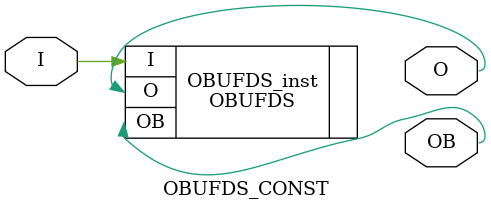
<source format=v>
`timescale 1ns / 1ps


module OBUFDS_CONST(
    input I,
    output O,
    output OB
    );
    OBUFDS OBUFDS_inst(
      .O(O),
      .OB(OB),
      .I(I)
    );
endmodule

</source>
